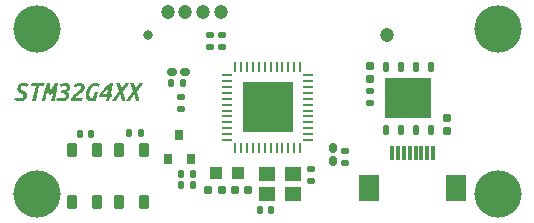
<source format=gbr>
%TF.GenerationSoftware,KiCad,Pcbnew,(7.0.0)*%
%TF.CreationDate,2023-04-19T19:20:55+08:00*%
%TF.ProjectId,Commander,436f6d6d-616e-4646-9572-2e6b69636164,rev?*%
%TF.SameCoordinates,Original*%
%TF.FileFunction,Soldermask,Top*%
%TF.FilePolarity,Negative*%
%FSLAX46Y46*%
G04 Gerber Fmt 4.6, Leading zero omitted, Abs format (unit mm)*
G04 Created by KiCad (PCBNEW (7.0.0)) date 2023-04-19 19:20:55*
%MOMM*%
%LPD*%
G01*
G04 APERTURE LIST*
G04 Aperture macros list*
%AMRoundRect*
0 Rectangle with rounded corners*
0 $1 Rounding radius*
0 $2 $3 $4 $5 $6 $7 $8 $9 X,Y pos of 4 corners*
0 Add a 4 corners polygon primitive as box body*
4,1,4,$2,$3,$4,$5,$6,$7,$8,$9,$2,$3,0*
0 Add four circle primitives for the rounded corners*
1,1,$1+$1,$2,$3*
1,1,$1+$1,$4,$5*
1,1,$1+$1,$6,$7*
1,1,$1+$1,$8,$9*
0 Add four rect primitives between the rounded corners*
20,1,$1+$1,$2,$3,$4,$5,0*
20,1,$1+$1,$4,$5,$6,$7,0*
20,1,$1+$1,$6,$7,$8,$9,0*
20,1,$1+$1,$8,$9,$2,$3,0*%
G04 Aperture macros list end*
%ADD10C,0.280000*%
%ADD11RoundRect,0.212500X0.212500X-0.387500X0.212500X0.387500X-0.212500X0.387500X-0.212500X-0.387500X0*%
%ADD12RoundRect,0.147500X-0.147500X-0.172500X0.147500X-0.172500X0.147500X0.172500X-0.147500X0.172500X0*%
%ADD13RoundRect,0.135000X-0.185000X0.135000X-0.185000X-0.135000X0.185000X-0.135000X0.185000X0.135000X0*%
%ADD14RoundRect,0.135000X0.185000X-0.135000X0.185000X0.135000X-0.185000X0.135000X-0.185000X-0.135000X0*%
%ADD15R,1.400000X1.200000*%
%ADD16RoundRect,0.135000X-0.135000X-0.185000X0.135000X-0.185000X0.135000X0.185000X-0.135000X0.185000X0*%
%ADD17R,0.800000X0.900000*%
%ADD18RoundRect,0.140000X-0.170000X0.140000X-0.170000X-0.140000X0.170000X-0.140000X0.170000X0.140000X0*%
%ADD19RoundRect,0.140000X0.170000X-0.140000X0.170000X0.140000X-0.170000X0.140000X-0.170000X-0.140000X0*%
%ADD20RoundRect,0.160000X0.222500X0.160000X-0.222500X0.160000X-0.222500X-0.160000X0.222500X-0.160000X0*%
%ADD21RoundRect,0.155000X-0.212500X-0.155000X0.212500X-0.155000X0.212500X0.155000X-0.212500X0.155000X0*%
%ADD22R,1.800000X2.200000*%
%ADD23R,0.300000X1.300000*%
%ADD24C,1.200000*%
%ADD25RoundRect,0.125000X0.125000X-0.262500X0.125000X0.262500X-0.125000X0.262500X-0.125000X-0.262500X0*%
%ADD26R,4.000000X3.400000*%
%ADD27R,1.050000X1.100000*%
%ADD28R,0.254800X0.807999*%
%ADD29R,0.807999X0.254800*%
%ADD30R,4.265852X4.265852*%
%ADD31RoundRect,0.155000X0.155000X-0.212500X0.155000X0.212500X-0.155000X0.212500X-0.155000X-0.212500X0*%
%ADD32RoundRect,0.155000X-0.155000X0.212500X-0.155000X-0.212500X0.155000X-0.212500X0.155000X0.212500X0*%
%ADD33RoundRect,0.140000X0.140000X0.170000X-0.140000X0.170000X-0.140000X-0.170000X0.140000X-0.170000X0*%
%ADD34RoundRect,0.155000X0.212500X0.155000X-0.212500X0.155000X-0.212500X-0.155000X0.212500X-0.155000X0*%
%ADD35RoundRect,0.140000X-0.140000X-0.170000X0.140000X-0.170000X0.140000X0.170000X-0.140000X0.170000X0*%
%ADD36RoundRect,0.160000X-0.160000X0.222500X-0.160000X-0.222500X0.160000X-0.222500X0.160000X0.222500X0*%
%ADD37C,4.000000*%
%ADD38C,0.800000*%
G04 APERTURE END LIST*
D10*
G36*
X118344689Y-70578412D02*
G01*
X118361705Y-70578158D01*
X118378498Y-70577398D01*
X118395068Y-70576131D01*
X118414658Y-70573941D01*
X118433926Y-70571022D01*
X118449738Y-70568031D01*
X118468111Y-70563642D01*
X118485550Y-70558261D01*
X118502055Y-70551887D01*
X118517625Y-70544520D01*
X118532261Y-70536160D01*
X118536933Y-70533153D01*
X118552566Y-70521840D01*
X118566769Y-70509334D01*
X118579542Y-70495636D01*
X118590884Y-70480746D01*
X118596723Y-70471702D01*
X118605621Y-70454459D01*
X118611509Y-70438256D01*
X118615791Y-70420739D01*
X118618467Y-70401908D01*
X118619471Y-70385213D01*
X118619560Y-70378279D01*
X118618706Y-70360491D01*
X118616142Y-70343458D01*
X118611871Y-70327180D01*
X118605890Y-70311657D01*
X118601706Y-70303125D01*
X118593259Y-70288528D01*
X118583540Y-70274526D01*
X118572550Y-70261120D01*
X118560288Y-70248311D01*
X118552711Y-70241259D01*
X118538570Y-70229306D01*
X118523396Y-70217791D01*
X118509567Y-70208269D01*
X118494980Y-70199068D01*
X118479633Y-70190188D01*
X118463703Y-70181468D01*
X118447363Y-70172749D01*
X118430615Y-70164029D01*
X118413459Y-70155310D01*
X118395893Y-70146590D01*
X118389947Y-70143684D01*
X118375129Y-70135795D01*
X118356972Y-70125933D01*
X118339220Y-70116072D01*
X118321873Y-70106211D01*
X118304932Y-70096349D01*
X118288397Y-70086488D01*
X118278670Y-70080571D01*
X118262935Y-70070296D01*
X118247910Y-70059454D01*
X118233595Y-70048044D01*
X118219989Y-70036066D01*
X118207093Y-70023520D01*
X118194906Y-70010407D01*
X118190230Y-70005003D01*
X118179057Y-69990843D01*
X118168634Y-69975873D01*
X118158961Y-69960091D01*
X118150038Y-69943499D01*
X118141866Y-69926096D01*
X118134444Y-69907882D01*
X118131685Y-69900369D01*
X118125465Y-69880636D01*
X118121248Y-69863901D01*
X118117705Y-69846323D01*
X118114838Y-69827901D01*
X118112645Y-69808636D01*
X118111127Y-69788527D01*
X118110283Y-69767575D01*
X118110094Y-69751308D01*
X118110648Y-69724854D01*
X118112313Y-69699056D01*
X118115086Y-69673913D01*
X118118969Y-69649425D01*
X118123961Y-69625592D01*
X118130063Y-69602415D01*
X118137274Y-69579893D01*
X118145594Y-69558026D01*
X118155024Y-69536814D01*
X118165564Y-69516258D01*
X118177212Y-69496357D01*
X118189970Y-69477111D01*
X118203838Y-69458521D01*
X118218815Y-69440586D01*
X118234901Y-69423306D01*
X118252096Y-69406681D01*
X118270371Y-69390893D01*
X118289589Y-69376124D01*
X118309751Y-69362373D01*
X118330857Y-69349641D01*
X118352907Y-69337927D01*
X118375901Y-69327233D01*
X118399839Y-69317556D01*
X118424721Y-69308898D01*
X118450547Y-69301259D01*
X118477317Y-69294638D01*
X118505031Y-69289036D01*
X118533689Y-69284453D01*
X118563290Y-69280888D01*
X118593836Y-69278341D01*
X118625326Y-69276813D01*
X118657759Y-69276304D01*
X118678968Y-69276486D01*
X118699618Y-69277031D01*
X118719710Y-69277939D01*
X118739245Y-69279211D01*
X118758221Y-69280845D01*
X118776640Y-69282844D01*
X118794501Y-69285205D01*
X118811803Y-69287930D01*
X118828587Y-69290908D01*
X118848892Y-69294831D01*
X118868446Y-69298977D01*
X118887250Y-69303346D01*
X118905304Y-69307938D01*
X118922608Y-69312753D01*
X118932630Y-69315749D01*
X118948724Y-69320871D01*
X118967019Y-69327177D01*
X118984205Y-69333658D01*
X119000282Y-69340314D01*
X119017635Y-69348301D01*
X119022316Y-69350627D01*
X119037868Y-69358563D01*
X119054132Y-69367049D01*
X119068788Y-69374912D01*
X119083353Y-69383014D01*
X118959204Y-69606398D01*
X118944950Y-69597037D01*
X118929802Y-69588051D01*
X118913758Y-69579442D01*
X118896818Y-69571209D01*
X118878984Y-69563352D01*
X118860254Y-69555872D01*
X118840628Y-69548768D01*
X118820108Y-69542040D01*
X118804164Y-69537291D01*
X118787629Y-69533009D01*
X118770502Y-69529195D01*
X118752785Y-69525847D01*
X118734476Y-69522966D01*
X118715576Y-69520553D01*
X118696085Y-69518607D01*
X118676003Y-69517128D01*
X118655329Y-69516115D01*
X118634065Y-69515570D01*
X118619560Y-69515467D01*
X118602751Y-69515832D01*
X118581089Y-69517454D01*
X118560283Y-69520373D01*
X118540333Y-69524590D01*
X118521240Y-69530105D01*
X118503003Y-69536917D01*
X118485622Y-69545026D01*
X118469098Y-69554433D01*
X118465101Y-69556988D01*
X118450309Y-69568328D01*
X118437489Y-69581589D01*
X118426642Y-69596771D01*
X118417766Y-69613872D01*
X118410864Y-69632894D01*
X118405933Y-69653836D01*
X118403529Y-69670803D01*
X118402235Y-69688850D01*
X118401988Y-69701482D01*
X118402825Y-69721613D01*
X118405336Y-69740486D01*
X118409521Y-69758100D01*
X118415379Y-69774456D01*
X118422911Y-69789553D01*
X118432117Y-69803391D01*
X118442997Y-69815970D01*
X118455551Y-69827291D01*
X118469396Y-69837853D01*
X118483941Y-69848156D01*
X118499187Y-69858199D01*
X118515134Y-69867982D01*
X118531781Y-69877506D01*
X118549129Y-69886771D01*
X118567178Y-69895776D01*
X118585928Y-69904521D01*
X118603697Y-69912864D01*
X118621091Y-69921285D01*
X118638108Y-69929784D01*
X118654749Y-69938361D01*
X118671014Y-69947016D01*
X118686902Y-69955748D01*
X118702414Y-69964558D01*
X118717550Y-69973446D01*
X118732232Y-69982562D01*
X118746381Y-69992053D01*
X118759999Y-70001921D01*
X118773085Y-70012165D01*
X118788694Y-70025499D01*
X118803472Y-70039421D01*
X118817418Y-70053932D01*
X118820108Y-70056904D01*
X118833156Y-70072112D01*
X118845312Y-70088151D01*
X118856577Y-70105021D01*
X118866949Y-70122722D01*
X118874604Y-70137481D01*
X118881689Y-70152773D01*
X118888203Y-70168596D01*
X118894139Y-70184958D01*
X118899284Y-70202073D01*
X118903637Y-70219940D01*
X118907199Y-70238560D01*
X118909969Y-70257932D01*
X118911948Y-70278057D01*
X118913135Y-70298934D01*
X118913531Y-70320564D01*
X118912919Y-70350426D01*
X118911085Y-70379388D01*
X118908027Y-70407453D01*
X118903747Y-70434618D01*
X118898244Y-70460885D01*
X118891518Y-70486254D01*
X118883569Y-70510724D01*
X118874397Y-70534295D01*
X118864002Y-70556968D01*
X118852384Y-70578742D01*
X118839543Y-70599618D01*
X118825479Y-70619595D01*
X118810193Y-70638674D01*
X118793683Y-70656854D01*
X118775951Y-70674136D01*
X118756995Y-70690519D01*
X118736919Y-70705905D01*
X118715824Y-70720298D01*
X118693711Y-70733698D01*
X118670579Y-70746106D01*
X118646429Y-70757521D01*
X118621260Y-70767943D01*
X118595072Y-70777373D01*
X118567866Y-70785810D01*
X118539641Y-70793255D01*
X118510398Y-70799707D01*
X118480136Y-70805166D01*
X118448855Y-70809633D01*
X118416556Y-70813107D01*
X118383239Y-70815589D01*
X118366198Y-70816457D01*
X118348903Y-70817078D01*
X118331353Y-70817450D01*
X118313548Y-70817574D01*
X118295747Y-70817450D01*
X118278310Y-70817078D01*
X118261238Y-70816457D01*
X118244532Y-70815589D01*
X118222824Y-70814045D01*
X118201765Y-70812060D01*
X118181355Y-70809633D01*
X118161593Y-70806766D01*
X118142480Y-70803457D01*
X118124003Y-70799954D01*
X118106149Y-70796294D01*
X118088918Y-70792480D01*
X118072309Y-70788509D01*
X118052425Y-70783327D01*
X118033513Y-70777902D01*
X118015574Y-70772233D01*
X118012103Y-70771070D01*
X117995351Y-70765150D01*
X117979349Y-70759068D01*
X117961136Y-70751555D01*
X117944004Y-70743809D01*
X117927952Y-70735829D01*
X117917850Y-70730379D01*
X117901328Y-70721030D01*
X117886276Y-70712237D01*
X117870874Y-70702868D01*
X117855843Y-70693198D01*
X117854323Y-70692180D01*
X117980963Y-70470456D01*
X117995527Y-70478992D01*
X118010183Y-70487186D01*
X118026447Y-70495951D01*
X118041999Y-70504088D01*
X118058623Y-70512345D01*
X118076161Y-70520403D01*
X118091922Y-70527152D01*
X118108353Y-70533755D01*
X118125457Y-70540212D01*
X118143329Y-70546236D01*
X118161755Y-70551851D01*
X118180737Y-70557057D01*
X118196978Y-70561084D01*
X118213605Y-70564826D01*
X118227184Y-70567616D01*
X118244613Y-70570726D01*
X118262388Y-70573309D01*
X118280507Y-70575365D01*
X118298970Y-70576893D01*
X118317778Y-70577895D01*
X118336931Y-70578369D01*
X118344689Y-70578412D01*
G37*
G36*
X120411203Y-69302878D02*
G01*
X120353904Y-69542040D01*
X119961528Y-69542040D01*
X119665066Y-70791001D01*
X119371095Y-70791001D01*
X119667557Y-69542040D01*
X119277672Y-69542040D01*
X119334972Y-69302878D01*
X120411203Y-69302878D01*
G37*
G36*
X120854235Y-69302878D02*
G01*
X120856221Y-69322857D01*
X120858053Y-69341245D01*
X120860048Y-69361215D01*
X120861761Y-69378330D01*
X120863578Y-69396456D01*
X120865498Y-69415595D01*
X120867522Y-69435746D01*
X120869579Y-69456591D01*
X120871596Y-69477812D01*
X120873575Y-69499410D01*
X120875515Y-69521383D01*
X120876944Y-69538111D01*
X120878352Y-69555050D01*
X120879737Y-69572200D01*
X120881101Y-69589563D01*
X120882443Y-69607137D01*
X120882885Y-69613042D01*
X120884272Y-69630769D01*
X120885629Y-69648606D01*
X120886958Y-69666552D01*
X120888257Y-69684607D01*
X120889527Y-69702773D01*
X120890768Y-69721047D01*
X120891979Y-69739431D01*
X120893162Y-69757925D01*
X120894315Y-69776528D01*
X120895439Y-69795241D01*
X120896172Y-69807776D01*
X120897255Y-69826489D01*
X120898323Y-69844946D01*
X120899376Y-69863148D01*
X120900415Y-69881094D01*
X120901439Y-69898785D01*
X120902449Y-69916220D01*
X120903444Y-69933400D01*
X120904424Y-69950324D01*
X120905390Y-69966993D01*
X120906655Y-69988821D01*
X120906967Y-69994207D01*
X121265711Y-69302878D01*
X121536015Y-69302878D01*
X121533006Y-69325565D01*
X121529947Y-69348264D01*
X121526839Y-69370975D01*
X121523682Y-69393699D01*
X121520475Y-69416435D01*
X121517218Y-69439183D01*
X121513912Y-69461943D01*
X121510557Y-69484715D01*
X121507152Y-69507499D01*
X121503698Y-69530296D01*
X121500194Y-69553105D01*
X121496641Y-69575926D01*
X121493038Y-69598759D01*
X121489386Y-69621604D01*
X121485684Y-69644461D01*
X121481933Y-69667331D01*
X121478133Y-69690212D01*
X121474283Y-69713106D01*
X121470383Y-69736012D01*
X121466434Y-69758931D01*
X121462436Y-69781861D01*
X121458388Y-69804804D01*
X121454291Y-69827758D01*
X121450144Y-69850725D01*
X121445947Y-69873704D01*
X121441702Y-69896695D01*
X121437406Y-69919699D01*
X121433062Y-69942714D01*
X121428667Y-69965742D01*
X121424224Y-69988782D01*
X121419731Y-70011834D01*
X121415188Y-70034898D01*
X121410636Y-70057986D01*
X121406061Y-70081108D01*
X121401465Y-70104266D01*
X121396847Y-70127458D01*
X121392207Y-70150685D01*
X121387545Y-70173947D01*
X121382862Y-70197244D01*
X121378156Y-70220576D01*
X121373429Y-70243943D01*
X121368679Y-70267344D01*
X121363908Y-70290781D01*
X121359115Y-70314252D01*
X121354300Y-70337758D01*
X121349463Y-70361299D01*
X121344604Y-70384875D01*
X121339723Y-70408486D01*
X121334820Y-70432131D01*
X121329896Y-70455812D01*
X121324949Y-70479527D01*
X121319981Y-70503277D01*
X121314991Y-70527063D01*
X121309978Y-70550883D01*
X121304944Y-70574737D01*
X121299889Y-70598627D01*
X121294811Y-70622552D01*
X121289711Y-70646511D01*
X121284589Y-70670506D01*
X121279446Y-70694535D01*
X121274280Y-70718599D01*
X121269093Y-70742698D01*
X121263884Y-70766832D01*
X121258653Y-70791001D01*
X120988349Y-70791001D01*
X121284811Y-69620931D01*
X120954717Y-70259528D01*
X120746695Y-70259528D01*
X120746100Y-70239788D01*
X120745456Y-70220011D01*
X120744764Y-70200200D01*
X120744022Y-70180352D01*
X120743232Y-70160469D01*
X120742394Y-70140550D01*
X120741507Y-70120596D01*
X120740571Y-70100605D01*
X120739586Y-70080579D01*
X120738553Y-70060518D01*
X120737471Y-70040421D01*
X120736341Y-70020288D01*
X120735162Y-70000119D01*
X120733934Y-69979915D01*
X120732657Y-69959675D01*
X120731332Y-69939399D01*
X120729978Y-69919128D01*
X120728614Y-69899007D01*
X120727240Y-69879034D01*
X120725857Y-69859211D01*
X120724464Y-69839537D01*
X120723061Y-69820012D01*
X120721648Y-69800637D01*
X120720225Y-69781410D01*
X120718793Y-69762333D01*
X120717351Y-69743406D01*
X120715900Y-69724627D01*
X120714438Y-69705997D01*
X120712967Y-69687517D01*
X120711486Y-69669186D01*
X120709996Y-69651004D01*
X120708496Y-69632972D01*
X120442759Y-70791001D01*
X120172871Y-70791001D01*
X120179164Y-70768107D01*
X120185483Y-70745100D01*
X120191828Y-70721979D01*
X120198199Y-70698745D01*
X120204596Y-70675398D01*
X120211019Y-70651937D01*
X120217468Y-70628362D01*
X120223942Y-70604674D01*
X120230443Y-70580872D01*
X120236970Y-70556957D01*
X120243522Y-70532928D01*
X120250101Y-70508786D01*
X120256705Y-70484530D01*
X120263336Y-70460160D01*
X120269992Y-70435677D01*
X120276674Y-70411081D01*
X120283425Y-70386434D01*
X120290182Y-70361800D01*
X120296945Y-70337179D01*
X120303715Y-70312572D01*
X120310491Y-70287977D01*
X120317274Y-70263395D01*
X120324064Y-70238826D01*
X120330860Y-70214270D01*
X120337662Y-70189727D01*
X120344471Y-70165197D01*
X120351286Y-70140680D01*
X120358108Y-70116176D01*
X120364936Y-70091685D01*
X120371771Y-70067207D01*
X120378612Y-70042742D01*
X120385460Y-70018289D01*
X120392356Y-69993844D01*
X120399240Y-69969502D01*
X120406110Y-69945264D01*
X120412968Y-69921130D01*
X120419812Y-69897099D01*
X120426644Y-69873173D01*
X120433463Y-69849350D01*
X120440268Y-69825631D01*
X120447061Y-69802015D01*
X120453840Y-69778504D01*
X120460607Y-69755096D01*
X120467361Y-69731793D01*
X120474102Y-69708593D01*
X120480829Y-69685496D01*
X120487544Y-69662504D01*
X120494246Y-69639615D01*
X120500988Y-69616891D01*
X120507721Y-69594390D01*
X120514444Y-69572112D01*
X120521157Y-69550059D01*
X120527860Y-69528230D01*
X120534554Y-69506624D01*
X120541238Y-69485242D01*
X120547912Y-69464084D01*
X120554577Y-69443150D01*
X120561231Y-69422440D01*
X120567876Y-69401953D01*
X120574512Y-69381690D01*
X120581137Y-69361651D01*
X120587753Y-69341836D01*
X120594359Y-69322245D01*
X120600956Y-69302878D01*
X120854235Y-69302878D01*
G37*
G36*
X122275509Y-70007494D02*
G01*
X122295633Y-70017217D01*
X122314742Y-70027546D01*
X122332836Y-70038480D01*
X122349916Y-70050021D01*
X122365982Y-70062167D01*
X122381033Y-70074919D01*
X122395070Y-70088277D01*
X122408092Y-70102240D01*
X122420099Y-70116810D01*
X122431092Y-70131985D01*
X122437857Y-70142438D01*
X122447281Y-70158459D01*
X122455778Y-70174757D01*
X122463348Y-70191332D01*
X122469991Y-70208184D01*
X122475707Y-70225314D01*
X122480496Y-70242722D01*
X122484358Y-70260406D01*
X122487293Y-70278368D01*
X122489302Y-70296608D01*
X122490383Y-70315124D01*
X122490589Y-70327623D01*
X122490064Y-70349714D01*
X122488487Y-70371765D01*
X122486615Y-70388279D01*
X122484152Y-70404770D01*
X122481097Y-70421239D01*
X122477452Y-70437687D01*
X122473215Y-70454112D01*
X122468387Y-70470516D01*
X122462967Y-70486898D01*
X122456957Y-70503258D01*
X122450346Y-70519461D01*
X122442968Y-70535372D01*
X122434824Y-70550991D01*
X122425913Y-70566318D01*
X122416236Y-70581354D01*
X122405793Y-70596097D01*
X122394584Y-70610548D01*
X122382608Y-70624708D01*
X122369866Y-70638575D01*
X122356357Y-70652151D01*
X122346926Y-70661039D01*
X122332188Y-70674033D01*
X122316626Y-70686545D01*
X122300240Y-70698576D01*
X122283028Y-70710125D01*
X122264992Y-70721192D01*
X122246131Y-70731778D01*
X122226445Y-70741881D01*
X122205935Y-70751503D01*
X122184600Y-70760644D01*
X122162440Y-70769302D01*
X122147208Y-70774807D01*
X122123689Y-70782450D01*
X122107483Y-70787128D01*
X122090855Y-70791471D01*
X122073805Y-70795481D01*
X122056334Y-70799156D01*
X122038441Y-70802497D01*
X122020126Y-70805504D01*
X122001390Y-70808177D01*
X121982232Y-70810516D01*
X121962652Y-70812521D01*
X121942650Y-70814191D01*
X121922227Y-70815528D01*
X121901382Y-70816530D01*
X121880115Y-70817198D01*
X121858427Y-70817532D01*
X121847424Y-70817574D01*
X121825561Y-70817362D01*
X121803881Y-70816727D01*
X121782382Y-70815669D01*
X121761067Y-70814188D01*
X121739933Y-70812283D01*
X121718983Y-70809954D01*
X121698214Y-70807203D01*
X121677628Y-70804028D01*
X121657225Y-70800430D01*
X121637004Y-70796408D01*
X121623625Y-70793492D01*
X121603768Y-70788777D01*
X121584056Y-70783507D01*
X121564491Y-70777683D01*
X121545072Y-70771304D01*
X121525798Y-70764370D01*
X121506671Y-70756882D01*
X121487690Y-70748839D01*
X121468854Y-70740241D01*
X121450165Y-70731088D01*
X121431621Y-70721381D01*
X121419340Y-70714601D01*
X121519822Y-70484989D01*
X121536910Y-70494941D01*
X121554751Y-70504452D01*
X121573345Y-70513522D01*
X121592691Y-70522150D01*
X121612790Y-70530338D01*
X121628358Y-70536189D01*
X121644350Y-70541792D01*
X121660764Y-70547146D01*
X121677602Y-70552253D01*
X121694692Y-70556928D01*
X121711862Y-70561143D01*
X121729113Y-70564898D01*
X121746443Y-70568193D01*
X121763854Y-70571029D01*
X121781346Y-70573405D01*
X121798917Y-70575321D01*
X121816569Y-70576777D01*
X121834301Y-70577773D01*
X121852113Y-70578309D01*
X121864033Y-70578412D01*
X121880732Y-70578210D01*
X121901278Y-70577393D01*
X121921459Y-70575948D01*
X121941275Y-70573874D01*
X121960726Y-70571171D01*
X121979812Y-70567840D01*
X121991088Y-70565540D01*
X122009418Y-70560952D01*
X122027038Y-70555492D01*
X122043949Y-70549161D01*
X122060150Y-70541957D01*
X122075641Y-70533882D01*
X122090423Y-70524935D01*
X122096137Y-70521112D01*
X122109964Y-70510914D01*
X122122899Y-70499784D01*
X122134942Y-70487721D01*
X122146092Y-70474725D01*
X122156351Y-70460797D01*
X122165718Y-70445936D01*
X122169214Y-70439730D01*
X122177109Y-70423452D01*
X122183666Y-70406019D01*
X122188884Y-70387429D01*
X122192765Y-70367685D01*
X122194906Y-70351057D01*
X122196190Y-70333689D01*
X122196618Y-70315582D01*
X122195954Y-70297672D01*
X122193962Y-70280689D01*
X122189239Y-70259488D01*
X122182154Y-70239934D01*
X122172708Y-70222028D01*
X122160900Y-70205769D01*
X122146731Y-70191159D01*
X122130201Y-70178197D01*
X122121050Y-70172333D01*
X122106440Y-70164171D01*
X122090794Y-70156812D01*
X122074112Y-70150255D01*
X122056393Y-70144501D01*
X122037638Y-70139550D01*
X122017847Y-70135402D01*
X121997019Y-70132057D01*
X121975154Y-70129515D01*
X121952254Y-70127775D01*
X121928316Y-70126838D01*
X121911782Y-70126660D01*
X121813792Y-70126660D01*
X121873583Y-69887497D01*
X121995655Y-69887497D01*
X122013766Y-69887132D01*
X122032285Y-69886038D01*
X122051213Y-69884213D01*
X122070549Y-69881658D01*
X122086976Y-69878972D01*
X122096967Y-69877117D01*
X122113653Y-69873358D01*
X122129974Y-69868829D01*
X122145929Y-69863529D01*
X122161520Y-69857459D01*
X122176746Y-69850619D01*
X122191607Y-69843008D01*
X122197449Y-69839748D01*
X122211695Y-69830919D01*
X122227694Y-69819280D01*
X122242496Y-69806502D01*
X122256101Y-69792586D01*
X122268508Y-69777531D01*
X122274263Y-69769577D01*
X122284423Y-69752454D01*
X122291284Y-69737003D01*
X122296685Y-69720478D01*
X122300626Y-69702878D01*
X122303108Y-69684204D01*
X122304129Y-69664455D01*
X122304159Y-69660376D01*
X122303315Y-69643346D01*
X122299889Y-69623499D01*
X122293827Y-69605255D01*
X122285129Y-69588612D01*
X122273796Y-69573571D01*
X122259827Y-69560131D01*
X122250181Y-69552836D01*
X122232703Y-69542070D01*
X122217654Y-69534772D01*
X122201659Y-69528641D01*
X122184716Y-69523678D01*
X122166827Y-69519882D01*
X122147990Y-69517255D01*
X122128205Y-69515795D01*
X122112745Y-69515467D01*
X122092928Y-69516024D01*
X122072400Y-69517697D01*
X122055467Y-69519838D01*
X122038080Y-69522692D01*
X122020239Y-69526261D01*
X122001944Y-69530542D01*
X121983194Y-69535538D01*
X121973649Y-69538303D01*
X121954549Y-69544233D01*
X121935450Y-69550812D01*
X121916350Y-69558039D01*
X121897250Y-69565915D01*
X121878150Y-69574440D01*
X121859050Y-69583613D01*
X121839951Y-69593436D01*
X121820851Y-69603907D01*
X121746943Y-69390903D01*
X121765878Y-69381209D01*
X121785003Y-69371902D01*
X121804318Y-69362982D01*
X121823822Y-69354448D01*
X121843516Y-69346302D01*
X121863400Y-69338542D01*
X121883474Y-69331169D01*
X121903738Y-69324183D01*
X121924191Y-69317584D01*
X121944834Y-69311372D01*
X121958702Y-69307445D01*
X121979427Y-69301880D01*
X121999876Y-69296862D01*
X122020047Y-69292392D01*
X122039941Y-69288468D01*
X122059557Y-69285093D01*
X122078896Y-69282265D01*
X122097958Y-69279984D01*
X122116742Y-69278250D01*
X122135249Y-69277064D01*
X122153479Y-69276426D01*
X122165478Y-69276304D01*
X122187419Y-69276622D01*
X122209023Y-69277576D01*
X122230290Y-69279165D01*
X122251219Y-69281390D01*
X122271811Y-69284251D01*
X122292066Y-69287748D01*
X122311983Y-69291881D01*
X122331563Y-69296649D01*
X122350675Y-69302054D01*
X122369191Y-69308094D01*
X122387110Y-69314770D01*
X122404433Y-69322081D01*
X122421158Y-69330029D01*
X122437286Y-69338612D01*
X122452818Y-69347831D01*
X122467752Y-69357686D01*
X122482090Y-69368073D01*
X122495624Y-69379095D01*
X122508352Y-69390754D01*
X122520277Y-69403048D01*
X122531397Y-69415978D01*
X122541712Y-69429544D01*
X122551223Y-69443745D01*
X122559930Y-69458582D01*
X122567812Y-69474095D01*
X122574644Y-69490320D01*
X122580424Y-69507260D01*
X122585154Y-69524913D01*
X122588832Y-69543279D01*
X122591460Y-69562360D01*
X122593036Y-69582154D01*
X122593562Y-69602661D01*
X122592887Y-69626959D01*
X122590861Y-69650803D01*
X122587486Y-69674196D01*
X122582760Y-69697135D01*
X122576684Y-69719622D01*
X122569257Y-69741657D01*
X122560481Y-69763239D01*
X122550354Y-69784369D01*
X122538877Y-69805046D01*
X122526049Y-69825271D01*
X122516748Y-69838502D01*
X122501645Y-69857767D01*
X122484989Y-69876324D01*
X122473020Y-69888302D01*
X122460361Y-69899965D01*
X122447011Y-69911314D01*
X122432970Y-69922348D01*
X122418238Y-69933067D01*
X122402815Y-69943472D01*
X122386702Y-69953562D01*
X122369897Y-69963337D01*
X122352401Y-69972798D01*
X122334215Y-69981944D01*
X122315337Y-69990775D01*
X122295768Y-69999292D01*
X122275509Y-70007494D01*
G37*
G36*
X123409870Y-69276304D02*
G01*
X123427587Y-69276549D01*
X123444923Y-69277282D01*
X123461881Y-69278505D01*
X123478458Y-69280216D01*
X123499972Y-69283259D01*
X123520810Y-69287171D01*
X123540974Y-69291952D01*
X123560463Y-69297603D01*
X123579277Y-69304123D01*
X123597482Y-69311292D01*
X123614934Y-69319097D01*
X123631633Y-69327537D01*
X123647580Y-69336614D01*
X123662774Y-69346326D01*
X123677216Y-69356674D01*
X123690905Y-69367657D01*
X123703841Y-69379277D01*
X123716025Y-69391441D01*
X123727456Y-69404060D01*
X123738135Y-69417133D01*
X123748061Y-69430659D01*
X123757235Y-69444640D01*
X123765656Y-69459076D01*
X123773324Y-69473965D01*
X123780240Y-69489308D01*
X123786468Y-69505028D01*
X123791866Y-69521046D01*
X123796434Y-69537363D01*
X123800170Y-69553978D01*
X123803077Y-69570891D01*
X123805153Y-69588103D01*
X123806399Y-69605613D01*
X123806814Y-69623422D01*
X123806456Y-69643029D01*
X123805383Y-69662300D01*
X123803595Y-69681235D01*
X123801092Y-69699834D01*
X123797873Y-69718098D01*
X123793939Y-69736026D01*
X123789290Y-69753618D01*
X123783925Y-69770874D01*
X123777845Y-69787795D01*
X123771050Y-69804380D01*
X123766123Y-69815250D01*
X123758271Y-69831253D01*
X123749974Y-69847029D01*
X123741231Y-69862579D01*
X123732043Y-69877902D01*
X123722410Y-69892999D01*
X123712332Y-69907870D01*
X123701808Y-69922515D01*
X123690840Y-69936934D01*
X123679426Y-69951126D01*
X123667567Y-69965092D01*
X123659413Y-69974277D01*
X123646930Y-69987832D01*
X123634082Y-70001248D01*
X123620869Y-70014525D01*
X123607291Y-70027664D01*
X123593348Y-70040664D01*
X123579040Y-70053526D01*
X123564368Y-70066249D01*
X123549330Y-70078833D01*
X123533927Y-70091278D01*
X123518160Y-70103585D01*
X123507445Y-70111712D01*
X123491286Y-70123783D01*
X123475039Y-70135861D01*
X123458705Y-70147947D01*
X123442283Y-70160039D01*
X123425773Y-70172139D01*
X123409176Y-70184246D01*
X123392491Y-70196361D01*
X123375719Y-70208483D01*
X123358859Y-70220612D01*
X123341912Y-70232748D01*
X123330565Y-70240843D01*
X123313458Y-70252890D01*
X123296809Y-70264738D01*
X123280618Y-70276388D01*
X123264883Y-70287840D01*
X123249606Y-70299095D01*
X123234787Y-70310152D01*
X123220425Y-70321010D01*
X123206520Y-70331671D01*
X123193073Y-70342134D01*
X123173759Y-70357458D01*
X123155475Y-70372336D01*
X123138219Y-70386769D01*
X123121993Y-70400757D01*
X123111748Y-70409835D01*
X123097069Y-70423218D01*
X123083083Y-70436587D01*
X123069791Y-70449941D01*
X123057193Y-70463281D01*
X123045287Y-70476606D01*
X123034075Y-70489916D01*
X123023557Y-70503212D01*
X123010610Y-70520917D01*
X122998897Y-70538596D01*
X122990921Y-70551838D01*
X123651109Y-70551838D01*
X123593810Y-70791001D01*
X122634668Y-70791001D01*
X122637630Y-70767422D01*
X122641067Y-70744333D01*
X122644977Y-70721733D01*
X122649363Y-70699621D01*
X122654222Y-70677999D01*
X122659556Y-70656866D01*
X122665365Y-70636221D01*
X122671648Y-70616066D01*
X122678405Y-70596400D01*
X122685637Y-70577223D01*
X122690722Y-70564710D01*
X122698782Y-70546260D01*
X122707236Y-70528124D01*
X122716085Y-70510302D01*
X122725327Y-70492793D01*
X122734964Y-70475599D01*
X122744995Y-70458718D01*
X122755420Y-70442152D01*
X122766239Y-70425899D01*
X122777452Y-70409960D01*
X122789059Y-70394334D01*
X122797016Y-70384092D01*
X122809325Y-70368928D01*
X122821963Y-70353953D01*
X122834929Y-70339169D01*
X122848224Y-70324574D01*
X122861847Y-70310169D01*
X122875798Y-70295953D01*
X122890078Y-70281928D01*
X122904686Y-70268092D01*
X122919623Y-70254446D01*
X122934888Y-70240989D01*
X122945247Y-70232124D01*
X122961119Y-70218878D01*
X122977283Y-70205610D01*
X122993740Y-70192321D01*
X123010488Y-70179009D01*
X123027527Y-70165676D01*
X123044859Y-70152320D01*
X123062483Y-70138943D01*
X123080399Y-70125544D01*
X123098607Y-70112123D01*
X123117106Y-70098680D01*
X123129602Y-70089706D01*
X123148643Y-70075545D01*
X123167151Y-70061713D01*
X123185126Y-70048209D01*
X123202569Y-70035034D01*
X123219479Y-70022187D01*
X123235856Y-70009669D01*
X123251700Y-69997479D01*
X123267011Y-69985617D01*
X123281790Y-69974084D01*
X123296036Y-69962880D01*
X123305237Y-69955592D01*
X123318694Y-69944784D01*
X123331663Y-69934159D01*
X123348193Y-69920275D01*
X123363855Y-69906716D01*
X123378647Y-69893481D01*
X123392569Y-69880570D01*
X123405623Y-69867984D01*
X123417806Y-69855722D01*
X123423572Y-69849713D01*
X123437257Y-69834753D01*
X123449767Y-69819975D01*
X123461100Y-69805380D01*
X123471257Y-69790967D01*
X123480238Y-69776736D01*
X123489464Y-69759901D01*
X123490837Y-69757121D01*
X123498174Y-69740285D01*
X123503994Y-69723099D01*
X123508295Y-69705563D01*
X123511079Y-69687676D01*
X123512344Y-69669439D01*
X123512428Y-69663282D01*
X123511495Y-69643150D01*
X123508698Y-69624275D01*
X123504035Y-69606657D01*
X123497506Y-69590296D01*
X123489113Y-69575192D01*
X123478854Y-69561344D01*
X123474228Y-69556158D01*
X123461115Y-69544435D01*
X123445650Y-69534699D01*
X123427833Y-69526951D01*
X123411886Y-69522182D01*
X123394435Y-69518685D01*
X123375477Y-69516460D01*
X123355015Y-69515506D01*
X123349665Y-69515467D01*
X123328041Y-69516051D01*
X123306145Y-69517802D01*
X123289544Y-69519882D01*
X123272790Y-69522619D01*
X123255883Y-69526013D01*
X123238822Y-69530064D01*
X123221608Y-69534772D01*
X123204241Y-69540136D01*
X123186721Y-69546158D01*
X123169047Y-69552836D01*
X123151404Y-69560049D01*
X123133819Y-69567832D01*
X123116292Y-69576184D01*
X123098824Y-69585106D01*
X123081414Y-69594596D01*
X123064063Y-69604656D01*
X123046770Y-69615286D01*
X123029535Y-69626484D01*
X123012359Y-69638252D01*
X122995241Y-69650589D01*
X122983862Y-69659130D01*
X122888363Y-69462735D01*
X122903969Y-69450697D01*
X122919647Y-69439080D01*
X122935396Y-69427886D01*
X122951216Y-69417113D01*
X122967108Y-69406762D01*
X122983071Y-69396833D01*
X122999105Y-69387325D01*
X123015211Y-69378239D01*
X123031388Y-69369574D01*
X123047636Y-69361332D01*
X123063956Y-69353511D01*
X123080347Y-69346112D01*
X123096810Y-69339134D01*
X123113344Y-69332578D01*
X123129949Y-69326444D01*
X123146625Y-69320732D01*
X123163370Y-69315352D01*
X123180076Y-69310319D01*
X123196743Y-69305633D01*
X123213371Y-69301295D01*
X123229960Y-69297303D01*
X123246510Y-69293659D01*
X123263021Y-69290361D01*
X123279494Y-69287411D01*
X123295927Y-69284808D01*
X123320504Y-69281554D01*
X123344993Y-69279081D01*
X123369395Y-69277389D01*
X123393710Y-69276478D01*
X123409870Y-69276304D01*
G37*
G36*
X124354895Y-70817574D02*
G01*
X124327515Y-70817044D01*
X124301014Y-70815453D01*
X124275393Y-70812801D01*
X124250650Y-70809088D01*
X124226787Y-70804315D01*
X124203803Y-70798481D01*
X124181698Y-70791586D01*
X124160471Y-70783630D01*
X124140124Y-70774614D01*
X124120656Y-70764537D01*
X124102068Y-70753399D01*
X124084358Y-70741201D01*
X124067527Y-70727942D01*
X124051575Y-70713622D01*
X124036503Y-70698241D01*
X124022309Y-70681800D01*
X124008985Y-70664338D01*
X123996521Y-70646000D01*
X123984916Y-70626787D01*
X123974171Y-70606698D01*
X123964285Y-70585733D01*
X123955259Y-70563892D01*
X123947093Y-70541175D01*
X123939786Y-70517583D01*
X123933339Y-70493114D01*
X123927751Y-70467770D01*
X123923023Y-70441550D01*
X123919155Y-70414454D01*
X123916146Y-70386483D01*
X123913997Y-70357635D01*
X123912708Y-70327912D01*
X123912278Y-70297312D01*
X123912479Y-70274930D01*
X123913082Y-70252521D01*
X123914088Y-70230087D01*
X123915496Y-70207626D01*
X123917306Y-70185140D01*
X123919518Y-70162628D01*
X123922133Y-70140089D01*
X123925150Y-70117525D01*
X123928569Y-70094935D01*
X123932390Y-70072319D01*
X123936613Y-70049677D01*
X123941239Y-70027009D01*
X123946267Y-70004315D01*
X123951697Y-69981595D01*
X123957530Y-69958849D01*
X123963764Y-69936077D01*
X123970395Y-69913382D01*
X123977414Y-69890968D01*
X123984823Y-69868837D01*
X123992622Y-69846988D01*
X124000809Y-69825421D01*
X124009386Y-69804137D01*
X124018352Y-69783135D01*
X124027707Y-69762414D01*
X124037452Y-69741977D01*
X124047585Y-69721821D01*
X124058108Y-69701947D01*
X124069021Y-69682356D01*
X124080322Y-69663047D01*
X124092013Y-69644020D01*
X124104093Y-69625276D01*
X124116563Y-69606813D01*
X124129478Y-69588656D01*
X124142792Y-69570930D01*
X124156506Y-69553635D01*
X124170618Y-69536772D01*
X124185130Y-69520341D01*
X124200040Y-69504340D01*
X124215349Y-69488771D01*
X124231058Y-69473634D01*
X124247165Y-69458928D01*
X124263671Y-69444653D01*
X124280577Y-69430810D01*
X124297881Y-69417399D01*
X124315584Y-69404418D01*
X124333687Y-69391869D01*
X124352188Y-69379752D01*
X124371088Y-69368066D01*
X124390446Y-69356954D01*
X124410215Y-69346559D01*
X124430397Y-69336881D01*
X124450991Y-69327920D01*
X124471996Y-69319676D01*
X124493414Y-69312149D01*
X124515243Y-69305338D01*
X124537485Y-69299245D01*
X124560138Y-69293868D01*
X124583203Y-69289208D01*
X124606681Y-69285265D01*
X124630570Y-69282039D01*
X124654872Y-69279530D01*
X124679585Y-69277738D01*
X124704710Y-69276663D01*
X124730247Y-69276304D01*
X124749088Y-69276531D01*
X124767409Y-69277212D01*
X124785211Y-69278348D01*
X124802494Y-69279937D01*
X124819258Y-69281981D01*
X124839484Y-69285174D01*
X124858898Y-69289077D01*
X124866437Y-69290837D01*
X124884767Y-69295339D01*
X124902387Y-69300025D01*
X124919298Y-69304893D01*
X124935499Y-69309943D01*
X124954003Y-69316244D01*
X124971486Y-69322808D01*
X124988015Y-69329591D01*
X125003347Y-69336549D01*
X125019722Y-69344888D01*
X125034467Y-69353466D01*
X125045809Y-69361007D01*
X125060611Y-69371598D01*
X125075133Y-69382222D01*
X125086500Y-69390903D01*
X124976468Y-69601831D01*
X124961131Y-69590816D01*
X124944963Y-69580349D01*
X124927963Y-69570428D01*
X124910132Y-69561056D01*
X124891469Y-69552230D01*
X124875941Y-69545564D01*
X124863946Y-69540795D01*
X124847292Y-69534858D01*
X124829509Y-69529714D01*
X124810597Y-69525360D01*
X124790557Y-69521799D01*
X124769388Y-69519028D01*
X124752770Y-69517470D01*
X124735517Y-69516357D01*
X124717629Y-69515689D01*
X124699106Y-69515467D01*
X124676555Y-69516094D01*
X124654521Y-69517977D01*
X124633006Y-69521116D01*
X124612009Y-69525510D01*
X124591530Y-69531159D01*
X124571569Y-69538063D01*
X124552127Y-69546223D01*
X124533203Y-69555638D01*
X124514797Y-69566309D01*
X124496909Y-69578235D01*
X124485272Y-69586883D01*
X124468251Y-69600621D01*
X124451756Y-69615051D01*
X124435787Y-69630175D01*
X124420343Y-69645993D01*
X124405424Y-69662503D01*
X124391031Y-69679708D01*
X124377164Y-69697605D01*
X124363822Y-69716196D01*
X124351005Y-69735480D01*
X124338714Y-69755458D01*
X124330812Y-69769162D01*
X124319483Y-69790078D01*
X124308693Y-69811411D01*
X124298443Y-69833160D01*
X124288733Y-69855325D01*
X124279564Y-69877906D01*
X124270934Y-69900903D01*
X124262845Y-69924315D01*
X124257752Y-69940155D01*
X124252899Y-69956180D01*
X124248286Y-69972389D01*
X124243914Y-69988784D01*
X124239781Y-70005363D01*
X124237805Y-70013722D01*
X124234034Y-70030462D01*
X124230506Y-70047153D01*
X124227222Y-70063796D01*
X124224181Y-70080390D01*
X124221383Y-70096935D01*
X124218828Y-70113432D01*
X124216517Y-70129879D01*
X124213506Y-70154460D01*
X124211043Y-70178931D01*
X124209127Y-70203293D01*
X124207759Y-70227545D01*
X124206938Y-70251688D01*
X124206664Y-70275721D01*
X124207084Y-70300214D01*
X124208343Y-70323868D01*
X124210441Y-70346683D01*
X124213379Y-70368658D01*
X124217156Y-70389793D01*
X124221772Y-70410090D01*
X124227228Y-70429547D01*
X124233523Y-70448164D01*
X124240657Y-70465943D01*
X124248631Y-70482882D01*
X124254413Y-70493708D01*
X124263958Y-70508846D01*
X124274684Y-70522494D01*
X124286593Y-70534654D01*
X124299684Y-70545324D01*
X124313958Y-70554506D01*
X124329414Y-70562199D01*
X124346053Y-70568403D01*
X124363874Y-70573118D01*
X124382877Y-70576344D01*
X124403063Y-70578081D01*
X124417177Y-70578412D01*
X124434595Y-70578214D01*
X124451816Y-70577623D01*
X124468840Y-70576638D01*
X124478213Y-70575920D01*
X124496533Y-70574160D01*
X124514122Y-70571995D01*
X124530982Y-70569424D01*
X124534267Y-70568862D01*
X124663398Y-70022857D01*
X124957369Y-70022857D01*
X124780488Y-70751555D01*
X124761860Y-70757516D01*
X124744798Y-70762459D01*
X124725815Y-70767559D01*
X124704911Y-70772814D01*
X124687973Y-70776857D01*
X124669955Y-70780988D01*
X124650857Y-70785207D01*
X124630679Y-70789513D01*
X124609420Y-70793907D01*
X124587499Y-70798137D01*
X124565176Y-70801950D01*
X124542451Y-70805348D01*
X124519326Y-70808329D01*
X124495798Y-70810895D01*
X124471870Y-70813044D01*
X124447540Y-70814778D01*
X124422808Y-70816095D01*
X124406097Y-70816742D01*
X124389208Y-70817204D01*
X124372141Y-70817482D01*
X124354895Y-70817574D01*
G37*
G36*
X126000799Y-70206381D02*
G01*
X126158579Y-70206381D01*
X126101280Y-70445543D01*
X125943499Y-70445543D01*
X125859626Y-70791001D01*
X125582264Y-70791001D01*
X125663646Y-70445543D01*
X125010516Y-70445543D01*
X125063248Y-70223405D01*
X125075471Y-70206381D01*
X125328569Y-70206381D01*
X125723436Y-70206381D01*
X125862117Y-69628820D01*
X125845321Y-69644551D01*
X125828459Y-69660499D01*
X125811533Y-69676665D01*
X125794542Y-69693048D01*
X125777485Y-69709648D01*
X125760364Y-69726466D01*
X125743178Y-69743501D01*
X125725928Y-69760754D01*
X125708612Y-69778223D01*
X125691231Y-69795910D01*
X125673786Y-69813815D01*
X125656276Y-69831937D01*
X125638700Y-69850276D01*
X125621060Y-69868832D01*
X125603355Y-69887606D01*
X125585586Y-69906597D01*
X125567941Y-69925674D01*
X125550507Y-69944706D01*
X125533283Y-69963692D01*
X125516271Y-69982633D01*
X125499470Y-70001528D01*
X125482879Y-70020378D01*
X125466499Y-70039183D01*
X125450330Y-70057942D01*
X125434372Y-70076656D01*
X125418625Y-70095324D01*
X125403088Y-70113947D01*
X125387763Y-70132525D01*
X125372648Y-70151057D01*
X125357744Y-70169544D01*
X125343051Y-70187985D01*
X125328569Y-70206381D01*
X125075471Y-70206381D01*
X125076089Y-70205520D01*
X125089543Y-70187213D01*
X125103610Y-70168482D01*
X125118290Y-70149328D01*
X125133583Y-70129751D01*
X125144119Y-70116464D01*
X125154927Y-70102989D01*
X125166008Y-70089326D01*
X125177362Y-70075474D01*
X125188988Y-70061435D01*
X125200886Y-70047208D01*
X125213057Y-70032792D01*
X125225500Y-70018188D01*
X125231824Y-70010816D01*
X125244595Y-69995999D01*
X125257477Y-69981134D01*
X125270468Y-69966221D01*
X125283570Y-69951258D01*
X125296782Y-69936248D01*
X125310105Y-69921188D01*
X125323538Y-69906080D01*
X125337081Y-69890923D01*
X125350734Y-69875717D01*
X125364498Y-69860463D01*
X125378372Y-69845160D01*
X125392356Y-69829809D01*
X125406451Y-69814409D01*
X125420655Y-69798960D01*
X125434970Y-69783462D01*
X125449396Y-69767916D01*
X125463959Y-69752362D01*
X125478584Y-69736840D01*
X125493271Y-69721351D01*
X125508019Y-69705894D01*
X125522829Y-69690469D01*
X125537700Y-69675077D01*
X125552633Y-69659717D01*
X125567628Y-69644390D01*
X125582684Y-69629095D01*
X125597802Y-69613833D01*
X125612982Y-69598603D01*
X125628223Y-69583406D01*
X125643526Y-69568241D01*
X125658890Y-69553108D01*
X125674316Y-69538008D01*
X125689804Y-69522940D01*
X125705336Y-69507921D01*
X125720789Y-69493071D01*
X125736165Y-69478389D01*
X125751463Y-69463876D01*
X125766683Y-69449532D01*
X125781826Y-69435357D01*
X125796890Y-69421350D01*
X125811877Y-69407511D01*
X125826785Y-69393842D01*
X125841616Y-69380341D01*
X125856369Y-69367009D01*
X125871045Y-69353845D01*
X125885642Y-69340850D01*
X125900161Y-69328024D01*
X125914603Y-69315367D01*
X125928967Y-69302878D01*
X126215879Y-69302878D01*
X126000799Y-70206381D01*
G37*
G36*
X126926723Y-69749647D02*
G01*
X126941570Y-69730460D01*
X126956526Y-69711046D01*
X126971592Y-69691407D01*
X126981696Y-69678188D01*
X126991850Y-69664869D01*
X127002051Y-69651449D01*
X127012302Y-69637929D01*
X127022601Y-69624308D01*
X127032949Y-69610586D01*
X127043346Y-69596764D01*
X127053791Y-69582842D01*
X127064285Y-69568819D01*
X127074827Y-69554695D01*
X127085418Y-69540471D01*
X127090732Y-69533321D01*
X127101338Y-69518991D01*
X127111876Y-69504652D01*
X127122345Y-69490302D01*
X127132747Y-69475944D01*
X127143080Y-69461575D01*
X127153345Y-69447197D01*
X127163542Y-69432808D01*
X127173671Y-69418411D01*
X127183732Y-69404003D01*
X127193724Y-69389586D01*
X127203649Y-69375159D01*
X127213505Y-69360722D01*
X127223294Y-69346276D01*
X127233014Y-69331819D01*
X127242666Y-69317353D01*
X127252250Y-69302878D01*
X127563244Y-69302878D01*
X127547084Y-69325815D01*
X127530884Y-69348642D01*
X127514645Y-69371359D01*
X127498367Y-69393965D01*
X127482051Y-69416461D01*
X127465695Y-69438847D01*
X127449301Y-69461122D01*
X127432868Y-69483288D01*
X127416395Y-69505343D01*
X127399884Y-69527287D01*
X127383334Y-69549122D01*
X127366745Y-69570846D01*
X127350117Y-69592459D01*
X127333450Y-69613963D01*
X127316744Y-69635356D01*
X127300000Y-69656639D01*
X127283227Y-69677857D01*
X127266439Y-69699056D01*
X127249634Y-69720235D01*
X127232813Y-69741394D01*
X127215976Y-69762535D01*
X127199122Y-69783655D01*
X127182253Y-69804756D01*
X127165367Y-69825838D01*
X127148465Y-69846901D01*
X127131546Y-69867943D01*
X127114612Y-69888967D01*
X127097661Y-69909971D01*
X127080694Y-69930955D01*
X127063711Y-69951920D01*
X127046712Y-69972866D01*
X127029696Y-69993792D01*
X127036836Y-70013343D01*
X127043933Y-70033068D01*
X127050986Y-70052969D01*
X127057995Y-70073046D01*
X127064961Y-70093297D01*
X127071882Y-70113723D01*
X127078760Y-70134325D01*
X127085594Y-70155102D01*
X127092384Y-70176054D01*
X127099131Y-70197181D01*
X127103604Y-70211363D01*
X127110300Y-70232566D01*
X127116844Y-70253666D01*
X127123234Y-70274665D01*
X127129470Y-70295561D01*
X127135554Y-70316355D01*
X127141484Y-70337046D01*
X127147261Y-70357636D01*
X127152884Y-70378123D01*
X127158355Y-70398508D01*
X127163672Y-70418791D01*
X127167131Y-70432257D01*
X127172271Y-70452293D01*
X127177257Y-70472073D01*
X127182090Y-70491598D01*
X127186770Y-70510868D01*
X127191296Y-70529882D01*
X127195669Y-70548641D01*
X127199889Y-70567144D01*
X127203956Y-70585392D01*
X127207869Y-70603385D01*
X127211629Y-70621122D01*
X127214050Y-70632804D01*
X127217526Y-70649999D01*
X127220790Y-70666704D01*
X127224812Y-70688217D01*
X127228458Y-70708861D01*
X127231728Y-70728636D01*
X127234621Y-70747541D01*
X127237139Y-70765577D01*
X127239279Y-70782743D01*
X127240209Y-70791001D01*
X126948314Y-70791001D01*
X126945083Y-70767678D01*
X126941619Y-70743953D01*
X126937921Y-70719828D01*
X126933989Y-70695300D01*
X126931239Y-70678726D01*
X126928384Y-70661973D01*
X126925426Y-70645042D01*
X126922363Y-70627932D01*
X126919197Y-70610644D01*
X126915928Y-70593178D01*
X126912554Y-70575533D01*
X126909077Y-70557709D01*
X126905495Y-70539708D01*
X126901810Y-70521527D01*
X126898031Y-70503300D01*
X126894168Y-70485157D01*
X126890220Y-70467099D01*
X126886188Y-70449125D01*
X126882072Y-70431235D01*
X126877871Y-70413429D01*
X126873586Y-70395708D01*
X126869216Y-70378071D01*
X126864762Y-70360519D01*
X126860224Y-70343051D01*
X126855602Y-70325667D01*
X126850895Y-70308367D01*
X126846104Y-70291152D01*
X126841228Y-70274022D01*
X126836268Y-70256975D01*
X126831224Y-70240013D01*
X126446322Y-70791001D01*
X126109169Y-70791001D01*
X126726175Y-69967218D01*
X126462930Y-69302878D01*
X126764375Y-69302878D01*
X126926723Y-69749647D01*
G37*
G36*
X128115893Y-69749647D02*
G01*
X128130739Y-69730460D01*
X128145696Y-69711046D01*
X128160761Y-69691407D01*
X128170866Y-69678188D01*
X128181019Y-69664869D01*
X128191221Y-69651449D01*
X128201472Y-69637929D01*
X128211771Y-69624308D01*
X128222119Y-69610586D01*
X128232515Y-69596764D01*
X128242960Y-69582842D01*
X128253454Y-69568819D01*
X128263997Y-69554695D01*
X128274588Y-69540471D01*
X128279902Y-69533321D01*
X128290508Y-69518991D01*
X128301045Y-69504652D01*
X128311515Y-69490302D01*
X128321916Y-69475944D01*
X128332249Y-69461575D01*
X128342515Y-69447197D01*
X128352712Y-69432808D01*
X128362841Y-69418411D01*
X128372901Y-69404003D01*
X128382894Y-69389586D01*
X128392819Y-69375159D01*
X128402675Y-69360722D01*
X128412463Y-69346276D01*
X128422184Y-69331819D01*
X128431836Y-69317353D01*
X128441420Y-69302878D01*
X128752414Y-69302878D01*
X128736253Y-69325815D01*
X128720053Y-69348642D01*
X128703815Y-69371359D01*
X128687537Y-69393965D01*
X128671220Y-69416461D01*
X128654865Y-69438847D01*
X128638471Y-69461122D01*
X128622037Y-69483288D01*
X128605565Y-69505343D01*
X128589054Y-69527287D01*
X128572504Y-69549122D01*
X128555915Y-69570846D01*
X128539287Y-69592459D01*
X128522620Y-69613963D01*
X128505914Y-69635356D01*
X128489169Y-69656639D01*
X128472397Y-69677857D01*
X128455608Y-69699056D01*
X128438803Y-69720235D01*
X128421982Y-69741394D01*
X128405145Y-69762535D01*
X128388292Y-69783655D01*
X128371422Y-69804756D01*
X128354536Y-69825838D01*
X128337634Y-69846901D01*
X128320716Y-69867943D01*
X128303781Y-69888967D01*
X128286831Y-69909971D01*
X128269864Y-69930955D01*
X128252881Y-69951920D01*
X128235881Y-69972866D01*
X128218866Y-69993792D01*
X128226006Y-70013343D01*
X128233103Y-70033068D01*
X128240156Y-70052969D01*
X128247165Y-70073046D01*
X128254130Y-70093297D01*
X128261052Y-70113723D01*
X128267930Y-70134325D01*
X128274764Y-70155102D01*
X128281554Y-70176054D01*
X128288300Y-70197181D01*
X128292773Y-70211363D01*
X128299470Y-70232566D01*
X128306013Y-70253666D01*
X128312403Y-70274665D01*
X128318640Y-70295561D01*
X128324723Y-70316355D01*
X128330653Y-70337046D01*
X128336430Y-70357636D01*
X128342054Y-70378123D01*
X128347524Y-70398508D01*
X128352841Y-70418791D01*
X128356301Y-70432257D01*
X128361440Y-70452293D01*
X128366427Y-70472073D01*
X128371260Y-70491598D01*
X128375939Y-70510868D01*
X128380466Y-70529882D01*
X128384839Y-70548641D01*
X128389059Y-70567144D01*
X128393125Y-70585392D01*
X128397038Y-70603385D01*
X128400798Y-70621122D01*
X128403220Y-70632804D01*
X128406695Y-70649999D01*
X128409959Y-70666704D01*
X128413981Y-70688217D01*
X128417628Y-70708861D01*
X128420897Y-70728636D01*
X128423791Y-70747541D01*
X128426308Y-70765577D01*
X128428449Y-70782743D01*
X128429378Y-70791001D01*
X128137484Y-70791001D01*
X128134253Y-70767678D01*
X128130788Y-70743953D01*
X128127091Y-70719828D01*
X128123159Y-70695300D01*
X128120408Y-70678726D01*
X128117554Y-70661973D01*
X128114595Y-70645042D01*
X128111533Y-70627932D01*
X128108367Y-70610644D01*
X128105097Y-70593178D01*
X128101724Y-70575533D01*
X128098246Y-70557709D01*
X128094665Y-70539708D01*
X128090980Y-70521527D01*
X128087201Y-70503300D01*
X128083337Y-70485157D01*
X128079390Y-70467099D01*
X128075358Y-70449125D01*
X128071241Y-70431235D01*
X128067040Y-70413429D01*
X128062755Y-70395708D01*
X128058386Y-70378071D01*
X128053932Y-70360519D01*
X128049394Y-70343051D01*
X128044771Y-70325667D01*
X128040064Y-70308367D01*
X128035273Y-70291152D01*
X128030398Y-70274022D01*
X128025438Y-70256975D01*
X128020394Y-70240013D01*
X127635491Y-70791001D01*
X127298339Y-70791001D01*
X127915345Y-69967218D01*
X127652100Y-69302878D01*
X127953545Y-69302878D01*
X128115893Y-69749647D01*
G37*
D11*
%TO.C,SW2*%
X126720000Y-79340000D03*
X126720000Y-74940000D03*
X128870000Y-74940000D03*
X128870000Y-79340000D03*
%TD*%
D12*
%TO.C,D3*%
X127575000Y-73520000D03*
X128545000Y-73520000D03*
%TD*%
D13*
%TO.C,R10*%
X145825000Y-74990000D03*
X145825000Y-76010000D03*
%TD*%
D14*
%TO.C,R5*%
X134400000Y-66200000D03*
X134400000Y-65180000D03*
%TD*%
D15*
%TO.C,Y1*%
X141409999Y-76969999D03*
X139209999Y-76969999D03*
X139209999Y-78669999D03*
X141409999Y-78669999D03*
%TD*%
D16*
%TO.C,R13*%
X131080000Y-69310001D03*
X132100000Y-69310001D03*
%TD*%
D17*
%TO.C,D1*%
X130869999Y-75709999D03*
X132769999Y-75709999D03*
X131819999Y-73709999D03*
%TD*%
D18*
%TO.C,C13*%
X142960000Y-76570000D03*
X142960000Y-77530000D03*
%TD*%
D19*
%TO.C,C8*%
X147925000Y-70935000D03*
X147925000Y-69975000D03*
%TD*%
D20*
%TO.C,D7*%
X132302500Y-68310000D03*
X131157500Y-68310000D03*
%TD*%
D16*
%TO.C,R2*%
X131935000Y-77940000D03*
X132955000Y-77940000D03*
%TD*%
D12*
%TO.C,D2*%
X123412500Y-73560000D03*
X124382500Y-73560000D03*
%TD*%
D21*
%TO.C,C15*%
X136510000Y-78345000D03*
X137645000Y-78345000D03*
%TD*%
D22*
%TO.C,J3*%
X147919999Y-78189999D03*
X155219999Y-78189999D03*
D23*
X149819999Y-75239999D03*
X150319999Y-75239999D03*
X150819999Y-75239999D03*
X151319999Y-75239999D03*
X151819999Y-75239999D03*
X152319999Y-75239999D03*
X152819999Y-75239999D03*
X153319999Y-75239999D03*
%TD*%
D24*
%TO.C,J1*%
X130840000Y-63280000D03*
X132340000Y-63280000D03*
X133840000Y-63280000D03*
X135340000Y-63280000D03*
%TD*%
D25*
%TO.C,U3*%
X149295000Y-73237500D03*
X150565000Y-73237500D03*
X151835000Y-73237500D03*
X153105000Y-73237500D03*
D26*
X151199999Y-70574999D03*
D25*
X153105000Y-67912500D03*
X151835000Y-67912500D03*
X150565000Y-67912500D03*
X149295000Y-67912500D03*
%TD*%
D27*
%TO.C,Y2*%
X136759999Y-76919999D03*
X134909999Y-76919999D03*
%TD*%
D13*
%TO.C,R3*%
X131990000Y-70460000D03*
X131990000Y-71480000D03*
%TD*%
D28*
%TO.C,U1*%
X136549999Y-74803999D03*
X137049998Y-74803999D03*
X137550000Y-74803999D03*
X138049999Y-74803999D03*
X138549998Y-74803999D03*
X139049999Y-74803999D03*
X139549999Y-74803999D03*
X140050000Y-74803999D03*
X140549999Y-74803999D03*
X141049998Y-74803999D03*
X141550000Y-74803999D03*
X142049999Y-74803999D03*
D29*
X142751999Y-74101999D03*
X142751999Y-73602000D03*
X142751999Y-73101998D03*
X142751999Y-72601999D03*
X142751999Y-72102000D03*
X142751999Y-71601999D03*
X142751999Y-71101999D03*
X142751999Y-70601998D03*
X142751999Y-70101999D03*
X142751999Y-69602000D03*
X142751999Y-69101998D03*
X142751999Y-68601999D03*
D28*
X142049999Y-67899999D03*
X141550000Y-67899999D03*
X141049998Y-67899999D03*
X140549999Y-67899999D03*
X140050000Y-67899999D03*
X139549999Y-67899999D03*
X139049999Y-67899999D03*
X138549998Y-67899999D03*
X138049999Y-67899999D03*
X137550000Y-67899999D03*
X137049998Y-67899999D03*
X136549999Y-67899999D03*
D29*
X135847999Y-68601999D03*
X135847999Y-69101998D03*
X135847999Y-69602000D03*
X135847999Y-70101999D03*
X135847999Y-70601998D03*
X135847999Y-71101999D03*
X135847999Y-71601999D03*
X135847999Y-72102000D03*
X135847999Y-72601999D03*
X135847999Y-73101998D03*
X135847999Y-73602000D03*
X135847999Y-74101999D03*
D30*
X139299999Y-71300847D03*
%TD*%
D31*
%TO.C,C17*%
X154475000Y-73367500D03*
X154475000Y-72232500D03*
%TD*%
D32*
%TO.C,C16*%
X147925000Y-67815000D03*
X147925000Y-68950000D03*
%TD*%
D33*
%TO.C,C11*%
X132955000Y-76950000D03*
X131995000Y-76950000D03*
%TD*%
D11*
%TO.C,SW1*%
X122720000Y-79340000D03*
X122720000Y-74940000D03*
X124870000Y-74940000D03*
X124870000Y-79340000D03*
%TD*%
D14*
%TO.C,R4*%
X135400000Y-66200000D03*
X135400000Y-65180000D03*
%TD*%
D34*
%TO.C,C14*%
X135412500Y-78345000D03*
X134277500Y-78345000D03*
%TD*%
D35*
%TO.C,C12*%
X138630000Y-80045000D03*
X139590000Y-80045000D03*
%TD*%
D36*
%TO.C,D6*%
X144825000Y-74752500D03*
X144825000Y-75897500D03*
%TD*%
D37*
%TO.C,J4*%
X119800000Y-64675000D03*
X119800000Y-78675000D03*
X158792442Y-78673977D03*
X158800000Y-64675000D03*
%TD*%
D38*
%TO.C,j2*%
X129200000Y-65175000D03*
D24*
X149400000Y-65175000D03*
%TD*%
M02*

</source>
